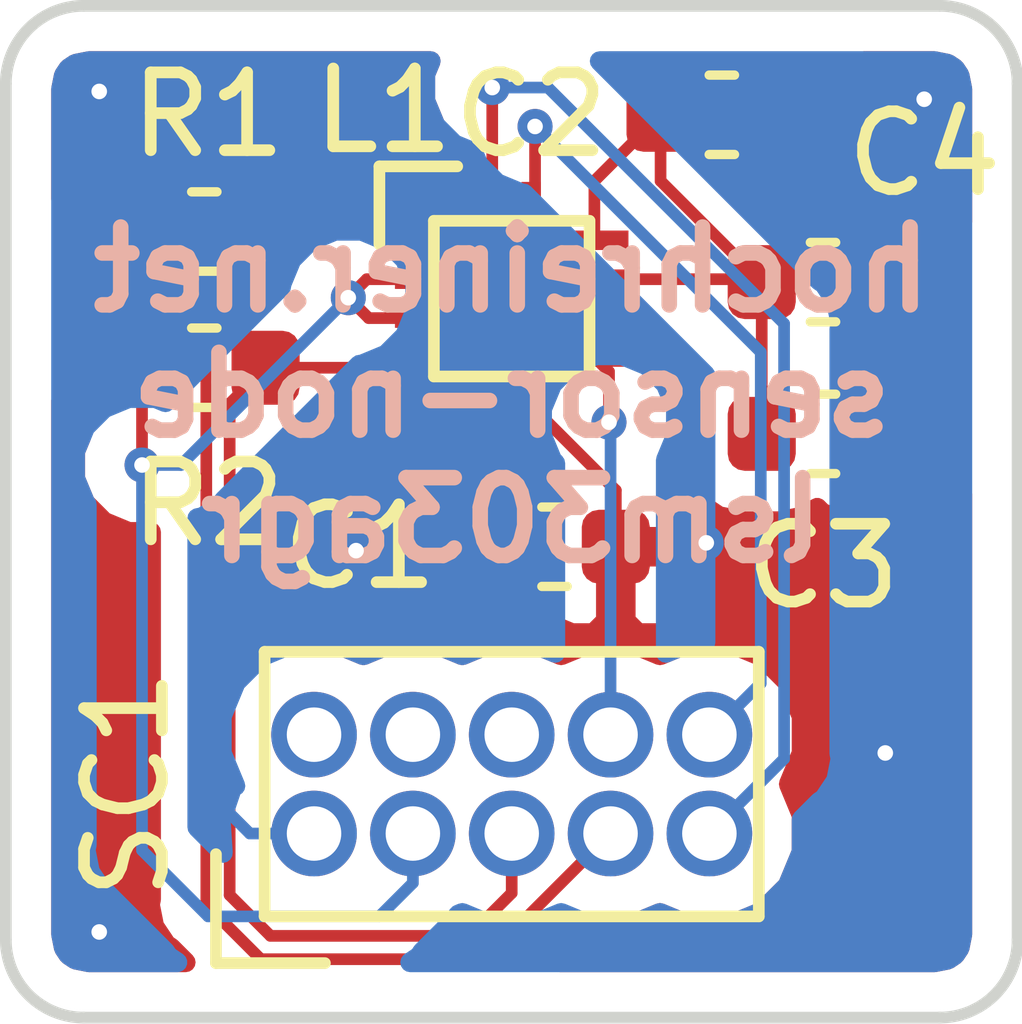
<source format=kicad_pcb>
(kicad_pcb (version 20171130) (host pcbnew 5.0.0)

  (general
    (thickness 1.6)
    (drawings 9)
    (tracks 76)
    (zones 0)
    (modules 8)
    (nets 12)
  )

  (page A4)
  (layers
    (0 F.Cu signal)
    (31 B.Cu signal)
    (32 B.Adhes user)
    (33 F.Adhes user)
    (34 B.Paste user)
    (35 F.Paste user)
    (36 B.SilkS user)
    (37 F.SilkS user)
    (38 B.Mask user)
    (39 F.Mask user)
    (40 Dwgs.User user)
    (41 Cmts.User user)
    (42 Eco1.User user)
    (43 Eco2.User user)
    (44 Edge.Cuts user)
    (45 Margin user)
    (46 B.CrtYd user)
    (47 F.CrtYd user)
    (48 B.Fab user hide)
    (49 F.Fab user hide)
  )

  (setup
    (last_trace_width 0.15)
    (trace_clearance 0.15)
    (zone_clearance 0.508)
    (zone_45_only no)
    (trace_min 0.1)
    (segment_width 0.2)
    (edge_width 0.15)
    (via_size 0.45)
    (via_drill 0.2)
    (via_min_size 0.45)
    (via_min_drill 0.2)
    (uvia_size 0.3)
    (uvia_drill 0.1)
    (uvias_allowed no)
    (uvia_min_size 0.2)
    (uvia_min_drill 0.1)
    (pcb_text_width 0.3)
    (pcb_text_size 1.5 1.5)
    (mod_edge_width 0.15)
    (mod_text_size 1 1)
    (mod_text_width 0.15)
    (pad_size 1.524 1.524)
    (pad_drill 0.762)
    (pad_to_mask_clearance 0.2)
    (aux_axis_origin 0 0)
    (visible_elements FFFFFF7F)
    (pcbplotparams
      (layerselection 0x010fc_ffffffff)
      (usegerberextensions false)
      (usegerberattributes false)
      (usegerberadvancedattributes false)
      (creategerberjobfile false)
      (excludeedgelayer true)
      (linewidth 0.100000)
      (plotframeref false)
      (viasonmask false)
      (mode 1)
      (useauxorigin false)
      (hpglpennumber 1)
      (hpglpenspeed 20)
      (hpglpendiameter 15.000000)
      (psnegative false)
      (psa4output false)
      (plotreference true)
      (plotvalue true)
      (plotinvisibletext false)
      (padsonsilk false)
      (subtractmaskfromsilk false)
      (outputformat 1)
      (mirror false)
      (drillshape 1)
      (scaleselection 1)
      (outputdirectory ""))
  )

  (net 0 "")
  (net 1 "Net-(C1-Pad1)")
  (net 2 GND)
  (net 3 /3V3)
  (net 4 /SCL)
  (net 5 /SDA)
  (net 6 /DRDY)
  (net 7 /INT_2)
  (net 8 /INT_1)
  (net 9 "Net-(SC1-Pad2)")
  (net 10 "Net-(SC1-Pad4)")
  (net 11 "Net-(SC1-Pad6)")

  (net_class Default "This is the default net class."
    (clearance 0.15)
    (trace_width 0.15)
    (via_dia 0.45)
    (via_drill 0.2)
    (uvia_dia 0.3)
    (uvia_drill 0.1)
    (add_net /3V3)
    (add_net /DRDY)
    (add_net /INT_1)
    (add_net /INT_2)
    (add_net /SCL)
    (add_net /SDA)
    (add_net GND)
    (add_net "Net-(C1-Pad1)")
    (add_net "Net-(SC1-Pad2)")
    (add_net "Net-(SC1-Pad4)")
    (add_net "Net-(SC1-Pad6)")
  )

  (module "official stable:C_0603_1608Metric" (layer F.Cu) (tedit 5B301BBE) (tstamp 5C03C147)
    (at 150.55 102.35)
    (descr "Capacitor SMD 0603 (1608 Metric), square (rectangular) end terminal, IPC_7351 nominal, (Body size source: http://www.tortai-tech.com/upload/download/2011102023233369053.pdf), generated with kicad-footprint-generator")
    (tags capacitor)
    (path /5C03B83D)
    (attr smd)
    (fp_text reference C1 (at -2.5 0) (layer F.SilkS)
      (effects (font (size 1 1) (thickness 0.15)))
    )
    (fp_text value 220nF (at 0 1.43) (layer F.Fab)
      (effects (font (size 1 1) (thickness 0.15)))
    )
    (fp_line (start -0.8 0.4) (end -0.8 -0.4) (layer F.Fab) (width 0.1))
    (fp_line (start -0.8 -0.4) (end 0.8 -0.4) (layer F.Fab) (width 0.1))
    (fp_line (start 0.8 -0.4) (end 0.8 0.4) (layer F.Fab) (width 0.1))
    (fp_line (start 0.8 0.4) (end -0.8 0.4) (layer F.Fab) (width 0.1))
    (fp_line (start -0.162779 -0.51) (end 0.162779 -0.51) (layer F.SilkS) (width 0.12))
    (fp_line (start -0.162779 0.51) (end 0.162779 0.51) (layer F.SilkS) (width 0.12))
    (fp_line (start -1.48 0.73) (end -1.48 -0.73) (layer F.CrtYd) (width 0.05))
    (fp_line (start -1.48 -0.73) (end 1.48 -0.73) (layer F.CrtYd) (width 0.05))
    (fp_line (start 1.48 -0.73) (end 1.48 0.73) (layer F.CrtYd) (width 0.05))
    (fp_line (start 1.48 0.73) (end -1.48 0.73) (layer F.CrtYd) (width 0.05))
    (fp_text user %R (at 0 0) (layer F.Fab)
      (effects (font (size 0.4 0.4) (thickness 0.06)))
    )
    (pad 1 smd roundrect (at -0.7875 0) (size 0.875 0.95) (layers F.Cu F.Paste F.Mask) (roundrect_rratio 0.25)
      (net 1 "Net-(C1-Pad1)"))
    (pad 2 smd roundrect (at 0.7875 0) (size 0.875 0.95) (layers F.Cu F.Paste F.Mask) (roundrect_rratio 0.25)
      (net 2 GND))
    (model ${KISYS3DMOD}/Capacitor_SMD.3dshapes/C_0603_1608Metric.wrl
      (at (xyz 0 0 0))
      (scale (xyz 1 1 1))
      (rotate (xyz 0 0 0))
    )
  )

  (module "official stable:C_0603_1608Metric" (layer F.Cu) (tedit 5B301BBE) (tstamp 5C03C158)
    (at 152.7 96.8 180)
    (descr "Capacitor SMD 0603 (1608 Metric), square (rectangular) end terminal, IPC_7351 nominal, (Body size source: http://www.tortai-tech.com/upload/download/2011102023233369053.pdf), generated with kicad-footprint-generator")
    (tags capacitor)
    (path /5C03B21D)
    (attr smd)
    (fp_text reference C2 (at 2.45 0 180) (layer F.SilkS)
      (effects (font (size 1 1) (thickness 0.15)))
    )
    (fp_text value 0.1µF (at 0 1.43 180) (layer F.Fab)
      (effects (font (size 1 1) (thickness 0.15)))
    )
    (fp_text user %R (at 0 0 180) (layer F.Fab)
      (effects (font (size 0.4 0.4) (thickness 0.06)))
    )
    (fp_line (start 1.48 0.73) (end -1.48 0.73) (layer F.CrtYd) (width 0.05))
    (fp_line (start 1.48 -0.73) (end 1.48 0.73) (layer F.CrtYd) (width 0.05))
    (fp_line (start -1.48 -0.73) (end 1.48 -0.73) (layer F.CrtYd) (width 0.05))
    (fp_line (start -1.48 0.73) (end -1.48 -0.73) (layer F.CrtYd) (width 0.05))
    (fp_line (start -0.162779 0.51) (end 0.162779 0.51) (layer F.SilkS) (width 0.12))
    (fp_line (start -0.162779 -0.51) (end 0.162779 -0.51) (layer F.SilkS) (width 0.12))
    (fp_line (start 0.8 0.4) (end -0.8 0.4) (layer F.Fab) (width 0.1))
    (fp_line (start 0.8 -0.4) (end 0.8 0.4) (layer F.Fab) (width 0.1))
    (fp_line (start -0.8 -0.4) (end 0.8 -0.4) (layer F.Fab) (width 0.1))
    (fp_line (start -0.8 0.4) (end -0.8 -0.4) (layer F.Fab) (width 0.1))
    (pad 2 smd roundrect (at 0.7875 0 180) (size 0.875 0.95) (layers F.Cu F.Paste F.Mask) (roundrect_rratio 0.25)
      (net 3 /3V3))
    (pad 1 smd roundrect (at -0.7875 0 180) (size 0.875 0.95) (layers F.Cu F.Paste F.Mask) (roundrect_rratio 0.25)
      (net 2 GND))
    (model ${KISYS3DMOD}/Capacitor_SMD.3dshapes/C_0603_1608Metric.wrl
      (at (xyz 0 0 0))
      (scale (xyz 1 1 1))
      (rotate (xyz 0 0 0))
    )
  )

  (module "official stable:C_0603_1608Metric" (layer F.Cu) (tedit 5B301BBE) (tstamp 5C03C169)
    (at 154 100.9 180)
    (descr "Capacitor SMD 0603 (1608 Metric), square (rectangular) end terminal, IPC_7351 nominal, (Body size source: http://www.tortai-tech.com/upload/download/2011102023233369053.pdf), generated with kicad-footprint-generator")
    (tags capacitor)
    (path /5C03B1DE)
    (attr smd)
    (fp_text reference C3 (at 0 -1.7 180) (layer F.SilkS)
      (effects (font (size 1 1) (thickness 0.15)))
    )
    (fp_text value 10µF (at 0 1.43 180) (layer F.Fab)
      (effects (font (size 1 1) (thickness 0.15)))
    )
    (fp_line (start -0.8 0.4) (end -0.8 -0.4) (layer F.Fab) (width 0.1))
    (fp_line (start -0.8 -0.4) (end 0.8 -0.4) (layer F.Fab) (width 0.1))
    (fp_line (start 0.8 -0.4) (end 0.8 0.4) (layer F.Fab) (width 0.1))
    (fp_line (start 0.8 0.4) (end -0.8 0.4) (layer F.Fab) (width 0.1))
    (fp_line (start -0.162779 -0.51) (end 0.162779 -0.51) (layer F.SilkS) (width 0.12))
    (fp_line (start -0.162779 0.51) (end 0.162779 0.51) (layer F.SilkS) (width 0.12))
    (fp_line (start -1.48 0.73) (end -1.48 -0.73) (layer F.CrtYd) (width 0.05))
    (fp_line (start -1.48 -0.73) (end 1.48 -0.73) (layer F.CrtYd) (width 0.05))
    (fp_line (start 1.48 -0.73) (end 1.48 0.73) (layer F.CrtYd) (width 0.05))
    (fp_line (start 1.48 0.73) (end -1.48 0.73) (layer F.CrtYd) (width 0.05))
    (fp_text user %R (at 0 0 180) (layer F.Fab)
      (effects (font (size 0.4 0.4) (thickness 0.06)))
    )
    (pad 1 smd roundrect (at -0.7875 0 180) (size 0.875 0.95) (layers F.Cu F.Paste F.Mask) (roundrect_rratio 0.25)
      (net 2 GND))
    (pad 2 smd roundrect (at 0.7875 0 180) (size 0.875 0.95) (layers F.Cu F.Paste F.Mask) (roundrect_rratio 0.25)
      (net 3 /3V3))
    (model ${KISYS3DMOD}/Capacitor_SMD.3dshapes/C_0603_1608Metric.wrl
      (at (xyz 0 0 0))
      (scale (xyz 1 1 1))
      (rotate (xyz 0 0 0))
    )
  )

  (module "official stable:C_0603_1608Metric" (layer F.Cu) (tedit 5B301BBE) (tstamp 5C03C17A)
    (at 154 98.95 180)
    (descr "Capacitor SMD 0603 (1608 Metric), square (rectangular) end terminal, IPC_7351 nominal, (Body size source: http://www.tortai-tech.com/upload/download/2011102023233369053.pdf), generated with kicad-footprint-generator")
    (tags capacitor)
    (path /5C03B19B)
    (attr smd)
    (fp_text reference C4 (at -1.3 1.65 180) (layer F.SilkS)
      (effects (font (size 1 1) (thickness 0.15)))
    )
    (fp_text value 0.1µF (at 0 1.43 180) (layer F.Fab)
      (effects (font (size 1 1) (thickness 0.15)))
    )
    (fp_text user %R (at 0 0 180) (layer F.Fab)
      (effects (font (size 0.4 0.4) (thickness 0.06)))
    )
    (fp_line (start 1.48 0.73) (end -1.48 0.73) (layer F.CrtYd) (width 0.05))
    (fp_line (start 1.48 -0.73) (end 1.48 0.73) (layer F.CrtYd) (width 0.05))
    (fp_line (start -1.48 -0.73) (end 1.48 -0.73) (layer F.CrtYd) (width 0.05))
    (fp_line (start -1.48 0.73) (end -1.48 -0.73) (layer F.CrtYd) (width 0.05))
    (fp_line (start -0.162779 0.51) (end 0.162779 0.51) (layer F.SilkS) (width 0.12))
    (fp_line (start -0.162779 -0.51) (end 0.162779 -0.51) (layer F.SilkS) (width 0.12))
    (fp_line (start 0.8 0.4) (end -0.8 0.4) (layer F.Fab) (width 0.1))
    (fp_line (start 0.8 -0.4) (end 0.8 0.4) (layer F.Fab) (width 0.1))
    (fp_line (start -0.8 -0.4) (end 0.8 -0.4) (layer F.Fab) (width 0.1))
    (fp_line (start -0.8 0.4) (end -0.8 -0.4) (layer F.Fab) (width 0.1))
    (pad 2 smd roundrect (at 0.7875 0 180) (size 0.875 0.95) (layers F.Cu F.Paste F.Mask) (roundrect_rratio 0.25)
      (net 3 /3V3))
    (pad 1 smd roundrect (at -0.7875 0 180) (size 0.875 0.95) (layers F.Cu F.Paste F.Mask) (roundrect_rratio 0.25)
      (net 2 GND))
    (model ${KISYS3DMOD}/Capacitor_SMD.3dshapes/C_0603_1608Metric.wrl
      (at (xyz 0 0 0))
      (scale (xyz 1 1 1))
      (rotate (xyz 0 0 0))
    )
  )

  (module sensor-node-lsm303agr:lsm303agr (layer F.Cu) (tedit 5C03BEDE) (tstamp 5C03C190)
    (at 150 99.1625)
    (path /5C03B147)
    (fp_text reference L1 (at -1.65 -2.4125) (layer F.SilkS)
      (effects (font (size 1 1) (thickness 0.15)))
    )
    (fp_text value LSM303AGR (at 0 -2.8) (layer F.Fab)
      (effects (font (size 1 1) (thickness 0.15)))
    )
    (fp_line (start -1 -1) (end 1 -1) (layer F.SilkS) (width 0.15))
    (fp_line (start 1 -1) (end 1 1) (layer F.SilkS) (width 0.15))
    (fp_line (start 1 1) (end -1 1) (layer F.SilkS) (width 0.15))
    (fp_line (start -1 1) (end -1 -1) (layer F.SilkS) (width 0.15))
    (fp_line (start -1.7 -1.7) (end -0.7 -1.7) (layer F.SilkS) (width 0.15))
    (fp_line (start -1.7 -1.7) (end -1.7 -0.7) (layer F.SilkS) (width 0.15))
    (pad 1 smd rect (at -1.0625 -0.75) (size 0.875 0.25) (layers F.Cu F.Paste F.Mask)
      (net 4 /SCL))
    (pad 2 smd rect (at -1.0625 -0.25) (size 0.875 0.25) (layers F.Cu F.Paste F.Mask)
      (net 3 /3V3))
    (pad 3 smd rect (at -1.0625 0.25) (size 0.875 0.25) (layers F.Cu F.Paste F.Mask)
      (net 3 /3V3))
    (pad 4 smd rect (at -1.0625 0.75) (size 0.875 0.25) (layers F.Cu F.Paste F.Mask)
      (net 5 /SDA))
    (pad 5 smd rect (at -0.25 1.0625) (size 0.25 0.875) (layers F.Cu F.Paste F.Mask)
      (net 1 "Net-(C1-Pad1)"))
    (pad 6 smd rect (at 0.25 1.0625) (size 0.25 0.875) (layers F.Cu F.Paste F.Mask)
      (net 2 GND))
    (pad 7 smd rect (at 1.0625 0.75) (size 0.875 0.25) (layers F.Cu F.Paste F.Mask)
      (net 6 /DRDY))
    (pad 8 smd rect (at 1.0625 0.25) (size 0.875 0.25) (layers F.Cu F.Paste F.Mask)
      (net 2 GND))
    (pad 9 smd rect (at 1.0625 -0.25) (size 0.875 0.25) (layers F.Cu F.Paste F.Mask)
      (net 3 /3V3))
    (pad 10 smd rect (at 1.0625 -0.75) (size 0.875 0.25) (layers F.Cu F.Paste F.Mask)
      (net 3 /3V3))
    (pad 11 smd rect (at 0.25 -1.0625) (size 0.25 0.875) (layers F.Cu F.Paste F.Mask)
      (net 7 /INT_2))
    (pad 12 smd rect (at -0.25 -1.0625) (size 0.25 0.875) (layers F.Cu F.Paste F.Mask)
      (net 8 /INT_1))
    (model ../../freecad/lsm303agr.step
      (at (xyz 0 0 0))
      (scale (xyz 1 1 1))
      (rotate (xyz 0 0 0))
    )
  )

  (module "official stable:R_0603_1608Metric" (layer F.Cu) (tedit 5B301BBD) (tstamp 5C03C3D4)
    (at 146.05 98.3)
    (descr "Resistor SMD 0603 (1608 Metric), square (rectangular) end terminal, IPC_7351 nominal, (Body size source: http://www.tortai-tech.com/upload/download/2011102023233369053.pdf), generated with kicad-footprint-generator")
    (tags resistor)
    (path /5C03FEAD)
    (attr smd)
    (fp_text reference R1 (at 0.05 -1.5) (layer F.SilkS)
      (effects (font (size 1 1) (thickness 0.15)))
    )
    (fp_text value 10k (at 0 1.43) (layer F.Fab)
      (effects (font (size 1 1) (thickness 0.15)))
    )
    (fp_text user %R (at 0 0) (layer F.Fab)
      (effects (font (size 0.4 0.4) (thickness 0.06)))
    )
    (fp_line (start 1.48 0.73) (end -1.48 0.73) (layer F.CrtYd) (width 0.05))
    (fp_line (start 1.48 -0.73) (end 1.48 0.73) (layer F.CrtYd) (width 0.05))
    (fp_line (start -1.48 -0.73) (end 1.48 -0.73) (layer F.CrtYd) (width 0.05))
    (fp_line (start -1.48 0.73) (end -1.48 -0.73) (layer F.CrtYd) (width 0.05))
    (fp_line (start -0.162779 0.51) (end 0.162779 0.51) (layer F.SilkS) (width 0.12))
    (fp_line (start -0.162779 -0.51) (end 0.162779 -0.51) (layer F.SilkS) (width 0.12))
    (fp_line (start 0.8 0.4) (end -0.8 0.4) (layer F.Fab) (width 0.1))
    (fp_line (start 0.8 -0.4) (end 0.8 0.4) (layer F.Fab) (width 0.1))
    (fp_line (start -0.8 -0.4) (end 0.8 -0.4) (layer F.Fab) (width 0.1))
    (fp_line (start -0.8 0.4) (end -0.8 -0.4) (layer F.Fab) (width 0.1))
    (pad 2 smd roundrect (at 0.7875 0) (size 0.875 0.95) (layers F.Cu F.Paste F.Mask) (roundrect_rratio 0.25)
      (net 4 /SCL))
    (pad 1 smd roundrect (at -0.7875 0) (size 0.875 0.95) (layers F.Cu F.Paste F.Mask) (roundrect_rratio 0.25)
      (net 3 /3V3))
    (model ${KISYS3DMOD}/Resistor_SMD.3dshapes/R_0603_1608Metric.wrl
      (at (xyz 0 0 0))
      (scale (xyz 1 1 1))
      (rotate (xyz 0 0 0))
    )
  )

  (module "official stable:R_0603_1608Metric" (layer F.Cu) (tedit 5B301BBD) (tstamp 5C03C1B2)
    (at 146.05 100.05)
    (descr "Resistor SMD 0603 (1608 Metric), square (rectangular) end terminal, IPC_7351 nominal, (Body size source: http://www.tortai-tech.com/upload/download/2011102023233369053.pdf), generated with kicad-footprint-generator")
    (tags resistor)
    (path /5C03FEFE)
    (attr smd)
    (fp_text reference R2 (at 0.05 1.75) (layer F.SilkS)
      (effects (font (size 1 1) (thickness 0.15)))
    )
    (fp_text value 10k (at 0 1.43) (layer F.Fab)
      (effects (font (size 1 1) (thickness 0.15)))
    )
    (fp_line (start -0.8 0.4) (end -0.8 -0.4) (layer F.Fab) (width 0.1))
    (fp_line (start -0.8 -0.4) (end 0.8 -0.4) (layer F.Fab) (width 0.1))
    (fp_line (start 0.8 -0.4) (end 0.8 0.4) (layer F.Fab) (width 0.1))
    (fp_line (start 0.8 0.4) (end -0.8 0.4) (layer F.Fab) (width 0.1))
    (fp_line (start -0.162779 -0.51) (end 0.162779 -0.51) (layer F.SilkS) (width 0.12))
    (fp_line (start -0.162779 0.51) (end 0.162779 0.51) (layer F.SilkS) (width 0.12))
    (fp_line (start -1.48 0.73) (end -1.48 -0.73) (layer F.CrtYd) (width 0.05))
    (fp_line (start -1.48 -0.73) (end 1.48 -0.73) (layer F.CrtYd) (width 0.05))
    (fp_line (start 1.48 -0.73) (end 1.48 0.73) (layer F.CrtYd) (width 0.05))
    (fp_line (start 1.48 0.73) (end -1.48 0.73) (layer F.CrtYd) (width 0.05))
    (fp_text user %R (at 0 0) (layer F.Fab)
      (effects (font (size 0.4 0.4) (thickness 0.06)))
    )
    (pad 1 smd roundrect (at -0.7875 0) (size 0.875 0.95) (layers F.Cu F.Paste F.Mask) (roundrect_rratio 0.25)
      (net 3 /3V3))
    (pad 2 smd roundrect (at 0.7875 0) (size 0.875 0.95) (layers F.Cu F.Paste F.Mask) (roundrect_rratio 0.25)
      (net 5 /SDA))
    (model ${KISYS3DMOD}/Resistor_SMD.3dshapes/R_0603_1608Metric.wrl
      (at (xyz 0 0 0))
      (scale (xyz 1 1 1))
      (rotate (xyz 0 0 0))
    )
  )

  (module sensor-node-lsm303agr:sensor-connector-male (layer F.Cu) (tedit 5C0196F4) (tstamp 5C03C1C6)
    (at 150 105.4)
    (path /5C03E370)
    (fp_text reference SC1 (at -4.95 0 90) (layer F.SilkS)
      (effects (font (size 1 1) (thickness 0.15)))
    )
    (fp_text value Sensor-Connector (at 0 -2.6) (layer F.Fab)
      (effects (font (size 1 1) (thickness 0.15)))
    )
    (fp_line (start -3.175 -1.7) (end 3.175 -1.7) (layer F.SilkS) (width 0.15))
    (fp_line (start -3.175 1.7) (end 3.175 1.7) (layer F.SilkS) (width 0.15))
    (fp_line (start 3.175 -1.7) (end 3.175 1.7) (layer F.SilkS) (width 0.15))
    (fp_line (start -3.175 -1.7) (end -3.175 1.7) (layer F.SilkS) (width 0.15))
    (fp_line (start -3.8 2.3) (end -3.8 0.9) (layer F.SilkS) (width 0.15))
    (fp_line (start -3.8 2.3) (end -2.4 2.3) (layer F.SilkS) (width 0.15))
    (pad 1 thru_hole circle (at -2.54 0.635) (size 1.1 1.1) (drill 0.7) (layers *.Cu *.Mask)
      (net 2 GND))
    (pad 2 thru_hole circle (at -2.54 -0.635) (size 1.1 1.1) (drill 0.7) (layers *.Cu *.Mask)
      (net 9 "Net-(SC1-Pad2)"))
    (pad 3 thru_hole circle (at -1.27 0.635) (size 1.1 1.1) (drill 0.7) (layers *.Cu *.Mask)
      (net 3 /3V3))
    (pad 4 thru_hole circle (at -1.27 -0.635) (size 1.1 1.1) (drill 0.7) (layers *.Cu *.Mask)
      (net 10 "Net-(SC1-Pad4)"))
    (pad 5 thru_hole circle (at 0 0.635) (size 1.1 1.1) (drill 0.7) (layers *.Cu *.Mask)
      (net 5 /SDA))
    (pad 6 thru_hole circle (at 0 -0.635) (size 1.1 1.1) (drill 0.7) (layers *.Cu *.Mask)
      (net 11 "Net-(SC1-Pad6)"))
    (pad 7 thru_hole circle (at 1.27 0.635) (size 1.1 1.1) (drill 0.7) (layers *.Cu *.Mask)
      (net 4 /SCL))
    (pad 8 thru_hole circle (at 1.27 -0.635) (size 1.1 1.1) (drill 0.7) (layers *.Cu *.Mask)
      (net 6 /DRDY))
    (pad 9 thru_hole circle (at 2.54 0.635) (size 1.1 1.1) (drill 0.7) (layers *.Cu *.Mask)
      (net 8 /INT_1))
    (pad 10 thru_hole circle (at 2.54 -0.635) (size 1.1 1.1) (drill 0.7) (layers *.Cu *.Mask)
      (net 7 /INT_2))
    (model ../../freecad/sensor-connector-male.step
      (at (xyz 0 0 0))
      (scale (xyz 1 1 1))
      (rotate (xyz 0 0 0))
    )
  )

  (gr_text "hochreiner.net\nsensor-node\nlsm303agr" (at 150 100.4) (layer B.SilkS)
    (effects (font (size 1 1) (thickness 0.2)) (justify mirror))
  )
  (gr_arc (start 155.5 96.4) (end 156.5 96.4) (angle -90) (layer Edge.Cuts) (width 0.15))
  (gr_arc (start 144.5 96.4) (end 144.5 95.4) (angle -90) (layer Edge.Cuts) (width 0.15))
  (gr_arc (start 144.5 107.4) (end 143.5 107.4) (angle -90) (layer Edge.Cuts) (width 0.15))
  (gr_arc (start 155.5 107.4) (end 155.5 108.4) (angle -90) (layer Edge.Cuts) (width 0.15))
  (gr_line (start 143.5 96.4) (end 143.5 107.4) (layer Edge.Cuts) (width 0.15))
  (gr_line (start 155.5 95.4) (end 144.5 95.4) (layer Edge.Cuts) (width 0.15))
  (gr_line (start 156.5 107.4) (end 156.5 96.4) (layer Edge.Cuts) (width 0.15))
  (gr_line (start 144.5 108.4) (end 155.5 108.4) (layer Edge.Cuts) (width 0.15))

  (segment (start 149.75 102.3375) (end 149.7625 102.35) (width 0.15) (layer F.Cu) (net 1))
  (segment (start 149.75 100.225) (end 149.75 102.3375) (width 0.15) (layer F.Cu) (net 1))
  (via (at 148 102.4) (size 0.45) (drill 0.2) (layers F.Cu B.Cu) (net 2))
  (via (at 154.8 105) (size 0.45) (drill 0.2) (layers F.Cu B.Cu) (net 2))
  (via (at 152.5 102.3) (size 0.45) (drill 0.2) (layers F.Cu B.Cu) (net 2))
  (segment (start 147.775001 102.624999) (end 148 102.4) (width 0.15) (layer B.Cu) (net 2))
  (segment (start 147.46 106.035) (end 146.635 106.035) (width 0.15) (layer B.Cu) (net 2))
  (segment (start 146.635 106.035) (end 146.2 105.6) (width 0.15) (layer B.Cu) (net 2))
  (segment (start 146.2 105.6) (end 146.2 104.2) (width 0.15) (layer B.Cu) (net 2))
  (segment (start 146.2 104.2) (end 147.775001 102.624999) (width 0.15) (layer B.Cu) (net 2))
  (via (at 144.7 107.3) (size 0.45) (drill 0.2) (layers F.Cu B.Cu) (net 2))
  (via (at 144.7 96.5) (size 0.45) (drill 0.2) (layers F.Cu B.Cu) (net 2))
  (via (at 155.3 96.6) (size 0.45) (drill 0.2) (layers F.Cu B.Cu) (net 2))
  (segment (start 151.3375 101.625) (end 151.3375 102.35) (width 0.15) (layer F.Cu) (net 2))
  (segment (start 150.25 100.5375) (end 151.3375 101.625) (width 0.15) (layer F.Cu) (net 2))
  (segment (start 150.25 100.225) (end 150.25 100.5375) (width 0.15) (layer F.Cu) (net 2))
  (segment (start 150.475 99.4125) (end 151.0625 99.4125) (width 0.15) (layer F.Cu) (net 2))
  (segment (start 150.25 99.6375) (end 150.475 99.4125) (width 0.15) (layer F.Cu) (net 2))
  (segment (start 150.25 100.225) (end 150.25 99.6375) (width 0.15) (layer F.Cu) (net 2))
  (via (at 145.25 101.3) (size 0.45) (drill 0.2) (layers F.Cu B.Cu) (net 3))
  (segment (start 145.25 100.0625) (end 145.2625 100.05) (width 0.15) (layer F.Cu) (net 3))
  (segment (start 145.25 101.3) (end 145.25 100.0625) (width 0.15) (layer F.Cu) (net 3))
  (segment (start 145.2625 100.05) (end 145.2625 98.3) (width 0.15) (layer F.Cu) (net 3))
  (via (at 147.9 99.15) (size 0.45) (drill 0.2) (layers F.Cu B.Cu) (net 3))
  (segment (start 145.75 101.3) (end 147.9 99.15) (width 0.15) (layer B.Cu) (net 3))
  (segment (start 145.25 101.3) (end 145.75 101.3) (width 0.15) (layer B.Cu) (net 3))
  (segment (start 148.1375 98.9125) (end 147.9 99.15) (width 0.15) (layer F.Cu) (net 3))
  (segment (start 148.9375 98.9125) (end 148.1375 98.9125) (width 0.15) (layer F.Cu) (net 3))
  (segment (start 148.1625 99.4125) (end 147.9 99.15) (width 0.15) (layer F.Cu) (net 3))
  (segment (start 148.9375 99.4125) (end 148.1625 99.4125) (width 0.15) (layer F.Cu) (net 3))
  (segment (start 148.9375 98.9125) (end 151.0625 98.9125) (width 0.15) (layer F.Cu) (net 3))
  (segment (start 153.175 98.9125) (end 153.2125 98.95) (width 0.15) (layer F.Cu) (net 3))
  (segment (start 151.0625 98.9125) (end 153.175 98.9125) (width 0.15) (layer F.Cu) (net 3))
  (segment (start 153.2125 98.95) (end 153.2125 100.9) (width 0.15) (layer F.Cu) (net 3))
  (segment (start 151.0625 97.65) (end 151.9125 96.8) (width 0.15) (layer F.Cu) (net 3))
  (segment (start 151.0625 98.4125) (end 151.0625 97.65) (width 0.15) (layer F.Cu) (net 3))
  (segment (start 151.9125 97.65) (end 153.2125 98.95) (width 0.15) (layer F.Cu) (net 3))
  (segment (start 151.9125 96.8) (end 151.9125 97.65) (width 0.15) (layer F.Cu) (net 3))
  (segment (start 145.25 106.25) (end 145.25 101.3) (width 0.15) (layer B.Cu) (net 3))
  (segment (start 148.73 106.035) (end 148.73 106.67) (width 0.15) (layer B.Cu) (net 3))
  (segment (start 148.3 107.1) (end 146.1 107.1) (width 0.15) (layer B.Cu) (net 3))
  (segment (start 148.73 106.67) (end 148.3 107.1) (width 0.15) (layer B.Cu) (net 3))
  (segment (start 146.1 107.1) (end 145.25 106.25) (width 0.15) (layer B.Cu) (net 3))
  (segment (start 148.825 98.3) (end 148.9375 98.4125) (width 0.15) (layer F.Cu) (net 4))
  (segment (start 146.8375 98.3) (end 148.825 98.3) (width 0.15) (layer F.Cu) (net 4))
  (segment (start 146.375888 98.761612) (end 146.8375 98.3) (width 0.15) (layer F.Cu) (net 4))
  (segment (start 146.075877 106.950156) (end 146.075878 99.061622) (width 0.15) (layer F.Cu) (net 4))
  (segment (start 146.075878 99.061622) (end 146.375888 98.761612) (width 0.15) (layer F.Cu) (net 4))
  (segment (start 151.27 106.035) (end 149.654989 107.650011) (width 0.15) (layer F.Cu) (net 4))
  (segment (start 149.654989 107.650011) (end 146.775732 107.650011) (width 0.15) (layer F.Cu) (net 4))
  (segment (start 146.775732 107.650011) (end 146.075877 106.950156) (width 0.15) (layer F.Cu) (net 4))
  (segment (start 148.8 100.05) (end 148.9375 99.9125) (width 0.15) (layer F.Cu) (net 5))
  (segment (start 146.8375 100.05) (end 148.8 100.05) (width 0.15) (layer F.Cu) (net 5))
  (segment (start 146.375888 100.511612) (end 146.8375 100.05) (width 0.15) (layer F.Cu) (net 5))
  (segment (start 150 106.035) (end 150 106.8) (width 0.15) (layer F.Cu) (net 5))
  (segment (start 149.45 107.35) (end 146.9 107.35) (width 0.15) (layer F.Cu) (net 5))
  (segment (start 146.375888 106.825888) (end 146.375888 100.511612) (width 0.15) (layer F.Cu) (net 5))
  (segment (start 146.9 107.35) (end 146.375888 106.825888) (width 0.15) (layer F.Cu) (net 5))
  (segment (start 150 106.8) (end 149.45 107.35) (width 0.15) (layer F.Cu) (net 5))
  (via (at 151.25 100.75) (size 0.45) (drill 0.2) (layers F.Cu B.Cu) (net 6))
  (segment (start 151.27 100.77) (end 151.25 100.75) (width 0.15) (layer B.Cu) (net 6))
  (segment (start 151.27 104.765) (end 151.27 100.77) (width 0.15) (layer B.Cu) (net 6))
  (segment (start 151.25 100.1) (end 151.0625 99.9125) (width 0.15) (layer F.Cu) (net 6))
  (segment (start 151.25 100.75) (end 151.25 100.1) (width 0.15) (layer F.Cu) (net 6))
  (via (at 150.3 96.95) (size 0.45) (drill 0.2) (layers F.Cu B.Cu) (net 7))
  (segment (start 150.3 98.05) (end 150.25 98.1) (width 0.15) (layer F.Cu) (net 7))
  (segment (start 150.3 96.95) (end 150.3 98.05) (width 0.15) (layer F.Cu) (net 7))
  (segment (start 153.2 99.85) (end 150.3 96.95) (width 0.15) (layer B.Cu) (net 7))
  (segment (start 153.2 104.105) (end 153.2 99.85) (width 0.15) (layer B.Cu) (net 7))
  (segment (start 152.54 104.765) (end 153.2 104.105) (width 0.15) (layer B.Cu) (net 7))
  (via (at 149.75 96.45) (size 0.45) (drill 0.2) (layers F.Cu B.Cu) (net 8))
  (segment (start 149.75 96.45) (end 149.75 98.1) (width 0.15) (layer F.Cu) (net 8))
  (segment (start 153.5 99.483998) (end 150.466002 96.45) (width 0.15) (layer B.Cu) (net 8))
  (segment (start 153.5 105.075) (end 153.5 99.483998) (width 0.15) (layer B.Cu) (net 8))
  (segment (start 150.466002 96.45) (end 149.75 96.45) (width 0.15) (layer B.Cu) (net 8))
  (segment (start 152.54 106.035) (end 153.5 105.075) (width 0.15) (layer B.Cu) (net 8))

  (zone (net 2) (net_name GND) (layer F.Cu) (tstamp 0) (hatch edge 0.508)
    (connect_pads (clearance 0.508))
    (min_thickness 0.254)
    (fill yes (arc_segments 16) (thermal_gap 0.508) (thermal_bridge_width 0.508))
    (polygon
      (pts
        (xy 143.5 95.4) (xy 156.5 95.4) (xy 156.5 108.4) (xy 143.5 108.5)
      )
    )
    (filled_polygon
      (pts
        (xy 144.243495 100.637727) (xy 144.431261 100.918739) (xy 144.467137 100.942711) (xy 144.39 101.128935) (xy 144.39 101.471065)
        (xy 144.520928 101.787151) (xy 144.762849 102.029072) (xy 145.078935 102.16) (xy 145.365878 102.16) (xy 145.365877 106.880231)
        (xy 145.351968 106.950156) (xy 145.365877 107.02008) (xy 145.365877 107.020081) (xy 145.407072 107.227183) (xy 145.563996 107.462036)
        (xy 145.623278 107.501647) (xy 145.811631 107.69) (xy 144.56993 107.69) (xy 144.394345 107.655074) (xy 144.304774 107.595225)
        (xy 144.244926 107.505655) (xy 144.21 107.33007) (xy 144.21 100.469337)
      )
    )
    (filled_polygon
      (pts
        (xy 155.605655 96.144926) (xy 155.695225 96.204774) (xy 155.755074 96.294345) (xy 155.790001 96.469935) (xy 155.790001 98.179697)
        (xy 155.763327 98.115301) (xy 155.584698 97.936673) (xy 155.351309 97.84) (xy 155.07325 97.84) (xy 154.9145 97.99875)
        (xy 154.9145 98.823) (xy 154.9345 98.823) (xy 154.9345 99.077) (xy 154.9145 99.077) (xy 154.9145 99.90125)
        (xy 154.93825 99.925) (xy 154.9145 99.94875) (xy 154.9145 100.773) (xy 154.9345 100.773) (xy 154.9345 101.027)
        (xy 154.9145 101.027) (xy 154.9145 101.85125) (xy 155.07325 102.01) (xy 155.351309 102.01) (xy 155.584698 101.913327)
        (xy 155.763327 101.734699) (xy 155.790001 101.670303) (xy 155.79 107.33007) (xy 155.755074 107.505655) (xy 155.695225 107.595226)
        (xy 155.605655 107.655074) (xy 155.43007 107.69) (xy 150.61909 107.69) (xy 151.089091 107.22) (xy 151.505711 107.22)
        (xy 151.905 107.05461) (xy 152.304289 107.22) (xy 152.775711 107.22) (xy 153.211249 107.039595) (xy 153.544595 106.706249)
        (xy 153.725 106.270711) (xy 153.725 105.799289) (xy 153.55961 105.4) (xy 153.725 105.000711) (xy 153.725 104.529289)
        (xy 153.544595 104.093751) (xy 153.211249 103.760405) (xy 152.775711 103.58) (xy 152.304289 103.58) (xy 151.905 103.74539)
        (xy 151.505711 103.58) (xy 151.034289 103.58) (xy 150.635 103.74539) (xy 150.235711 103.58) (xy 149.764289 103.58)
        (xy 149.365 103.74539) (xy 148.965711 103.58) (xy 148.494289 103.58) (xy 148.095 103.74539) (xy 147.695711 103.58)
        (xy 147.224289 103.58) (xy 147.085888 103.637327) (xy 147.085888 101.166545) (xy 147.387727 101.106505) (xy 147.668739 100.918739)
        (xy 147.774805 100.76) (xy 148.730076 100.76) (xy 148.8 100.773909) (xy 148.869924 100.76) (xy 148.869926 100.76)
        (xy 148.992119 100.735694) (xy 149.026843 100.910265) (xy 149.04 100.929956) (xy 149.040001 101.408604) (xy 148.931261 101.481261)
        (xy 148.743495 101.762273) (xy 148.67756 102.09375) (xy 148.67756 102.60625) (xy 148.743495 102.937727) (xy 148.931261 103.218739)
        (xy 149.212273 103.406505) (xy 149.54375 103.47244) (xy 149.98125 103.47244) (xy 150.312727 103.406505) (xy 150.475031 103.298057)
        (xy 150.540302 103.363327) (xy 150.773691 103.46) (xy 151.05175 103.46) (xy 151.2105 103.30125) (xy 151.2105 102.477)
        (xy 151.4645 102.477) (xy 151.4645 103.30125) (xy 151.62325 103.46) (xy 151.901309 103.46) (xy 152.134698 103.363327)
        (xy 152.313327 103.184699) (xy 152.41 102.95131) (xy 152.41 102.63575) (xy 152.25125 102.477) (xy 151.4645 102.477)
        (xy 151.2105 102.477) (xy 151.1905 102.477) (xy 151.1905 102.223) (xy 151.2105 102.223) (xy 151.2105 102.203)
        (xy 151.4645 102.203) (xy 151.4645 102.223) (xy 152.25125 102.223) (xy 152.41 102.06425) (xy 152.41 101.787942)
        (xy 152.662273 101.956505) (xy 152.99375 102.02244) (xy 153.43125 102.02244) (xy 153.762727 101.956505) (xy 153.925031 101.848057)
        (xy 153.990302 101.913327) (xy 154.223691 102.01) (xy 154.50175 102.01) (xy 154.6605 101.85125) (xy 154.6605 101.027)
        (xy 154.6405 101.027) (xy 154.6405 100.773) (xy 154.6605 100.773) (xy 154.6605 99.94875) (xy 154.63675 99.925)
        (xy 154.6605 99.90125) (xy 154.6605 99.077) (xy 154.6405 99.077) (xy 154.6405 98.823) (xy 154.6605 98.823)
        (xy 154.6605 97.99875) (xy 154.50175 97.84) (xy 154.223691 97.84) (xy 153.990302 97.936673) (xy 153.925031 98.001943)
        (xy 153.787429 97.91) (xy 154.051309 97.91) (xy 154.284698 97.813327) (xy 154.463327 97.634699) (xy 154.56 97.40131)
        (xy 154.56 97.08575) (xy 154.40125 96.927) (xy 153.6145 96.927) (xy 153.6145 96.947) (xy 153.3605 96.947)
        (xy 153.3605 96.927) (xy 153.3405 96.927) (xy 153.3405 96.673) (xy 153.3605 96.673) (xy 153.3605 96.653)
        (xy 153.6145 96.653) (xy 153.6145 96.673) (xy 154.40125 96.673) (xy 154.56 96.51425) (xy 154.56 96.19869)
        (xy 154.523263 96.11) (xy 155.43007 96.11)
      )
    )
    (filled_polygon
      (pts
        (xy 147.545 106.15789) (xy 147.474143 106.228748) (xy 147.46 106.214605) (xy 147.445858 106.228748) (xy 147.266253 106.049143)
        (xy 147.280395 106.035) (xy 147.266253 106.020858) (xy 147.33711 105.95) (xy 147.545 105.95)
      )
    )
    (filled_polygon
      (pts
        (xy 148.89 96.278935) (xy 148.89 96.621065) (xy 149.020928 96.937151) (xy 149.04 96.956223) (xy 149.040001 97.395043)
        (xy 149.026843 97.414735) (xy 148.988287 97.608571) (xy 148.894926 97.59) (xy 148.894924 97.59) (xy 148.825 97.576091)
        (xy 148.755076 97.59) (xy 147.774805 97.59) (xy 147.668739 97.431261) (xy 147.387727 97.243495) (xy 147.05625 97.17756)
        (xy 146.61875 97.17756) (xy 146.287273 97.243495) (xy 146.05 97.402036) (xy 145.812727 97.243495) (xy 145.48125 97.17756)
        (xy 145.04375 97.17756) (xy 144.712273 97.243495) (xy 144.431261 97.431261) (xy 144.243495 97.712273) (xy 144.21 97.880663)
        (xy 144.21 96.46993) (xy 144.244926 96.294345) (xy 144.304774 96.204775) (xy 144.394345 96.144926) (xy 144.56993 96.11)
        (xy 148.959976 96.11)
      )
    )
  )
  (zone (net 2) (net_name GND) (layer B.Cu) (tstamp 0) (hatch edge 0.508)
    (connect_pads (clearance 0.508))
    (min_thickness 0.254)
    (fill yes (arc_segments 16) (thermal_gap 0.508) (thermal_bridge_width 0.508))
    (polygon
      (pts
        (xy 143.5 95.4) (xy 156.5 95.4) (xy 156.5 108.4) (xy 143.5 108.5)
      )
    )
    (filled_polygon
      (pts
        (xy 148.89 96.278935) (xy 148.89 96.621065) (xy 149.020928 96.937151) (xy 149.262849 97.179072) (xy 149.505694 97.279662)
        (xy 149.570928 97.437151) (xy 149.812849 97.679072) (xy 150.128935 97.81) (xy 150.15591 97.81) (xy 152.490001 100.144092)
        (xy 152.49 103.58) (xy 152.304289 103.58) (xy 151.98 103.714324) (xy 151.98 101.234911) (xy 152.11 100.921065)
        (xy 152.11 100.578935) (xy 151.979072 100.262849) (xy 151.737151 100.020928) (xy 151.421065 99.89) (xy 151.078935 99.89)
        (xy 150.762849 100.020928) (xy 150.520928 100.262849) (xy 150.39 100.578935) (xy 150.39 100.921065) (xy 150.520928 101.237151)
        (xy 150.560001 101.276224) (xy 150.56 103.714324) (xy 150.235711 103.58) (xy 149.764289 103.58) (xy 149.365 103.74539)
        (xy 148.965711 103.58) (xy 148.494289 103.58) (xy 148.095 103.74539) (xy 147.695711 103.58) (xy 147.224289 103.58)
        (xy 146.788751 103.760405) (xy 146.455405 104.093751) (xy 146.275 104.529289) (xy 146.275 105.000711) (xy 146.450416 105.424205)
        (xy 146.413299 105.431508) (xy 146.262028 105.878001) (xy 146.288934 106.284843) (xy 145.96 105.955909) (xy 145.96 101.982138)
        (xy 146.027028 101.968805) (xy 146.261881 101.811881) (xy 146.301494 101.752596) (xy 148.044091 100.01) (xy 148.071065 100.01)
        (xy 148.387151 99.879072) (xy 148.629072 99.637151) (xy 148.76 99.321065) (xy 148.76 98.978935) (xy 148.629072 98.662849)
        (xy 148.387151 98.420928) (xy 148.071065 98.29) (xy 147.728935 98.29) (xy 147.412849 98.420928) (xy 147.170928 98.662849)
        (xy 147.04 98.978935) (xy 147.04 99.005909) (xy 145.55177 100.49414) (xy 145.421065 100.44) (xy 145.078935 100.44)
        (xy 144.762849 100.570928) (xy 144.520928 100.812849) (xy 144.39 101.128935) (xy 144.39 101.471065) (xy 144.520928 101.787151)
        (xy 144.540001 101.806224) (xy 144.54 106.180075) (xy 144.526091 106.25) (xy 144.54 106.319924) (xy 144.54 106.319925)
        (xy 144.581195 106.527027) (xy 144.738119 106.76188) (xy 144.797401 106.801491) (xy 145.54851 107.552601) (xy 145.588119 107.611881)
        (xy 145.647398 107.65149) (xy 145.647399 107.651491) (xy 145.705032 107.69) (xy 144.56993 107.69) (xy 144.394345 107.655074)
        (xy 144.304774 107.595225) (xy 144.244926 107.505655) (xy 144.21 107.33007) (xy 144.21 96.46993) (xy 144.244926 96.294345)
        (xy 144.304774 96.204775) (xy 144.394345 96.144926) (xy 144.56993 96.11) (xy 148.959976 96.11)
      )
    )
    (filled_polygon
      (pts
        (xy 155.605655 96.144926) (xy 155.695225 96.204774) (xy 155.755074 96.294345) (xy 155.790001 96.469935) (xy 155.79 107.33007)
        (xy 155.755074 107.505655) (xy 155.695225 107.595226) (xy 155.605655 107.655074) (xy 155.43007 107.69) (xy 148.694968 107.69)
        (xy 148.811881 107.611881) (xy 148.851494 107.552596) (xy 149.182598 107.221492) (xy 149.241881 107.181881) (xy 149.312349 107.076418)
        (xy 149.365 107.05461) (xy 149.764289 107.22) (xy 150.235711 107.22) (xy 150.635 107.05461) (xy 151.034289 107.22)
        (xy 151.505711 107.22) (xy 151.905 107.05461) (xy 152.304289 107.22) (xy 152.775711 107.22) (xy 153.211249 107.039595)
        (xy 153.544595 106.706249) (xy 153.725 106.270711) (xy 153.725 105.854091) (xy 153.952601 105.62649) (xy 154.01188 105.586881)
        (xy 154.168805 105.352028) (xy 154.21 105.144926) (xy 154.21 105.144925) (xy 154.223909 105.075001) (xy 154.21 105.005076)
        (xy 154.21 99.553918) (xy 154.223908 99.483997) (xy 154.21 99.414076) (xy 154.21 99.414072) (xy 154.168805 99.20697)
        (xy 154.011881 98.972117) (xy 153.952599 98.932506) (xy 151.130092 96.11) (xy 155.43007 96.11)
      )
    )
    (filled_polygon
      (pts
        (xy 147.545 106.15789) (xy 147.474143 106.228748) (xy 147.46 106.214605) (xy 147.445858 106.228748) (xy 147.266253 106.049143)
        (xy 147.280395 106.035) (xy 147.266253 106.020858) (xy 147.33711 105.95) (xy 147.545 105.95)
      )
    )
  )
)

</source>
